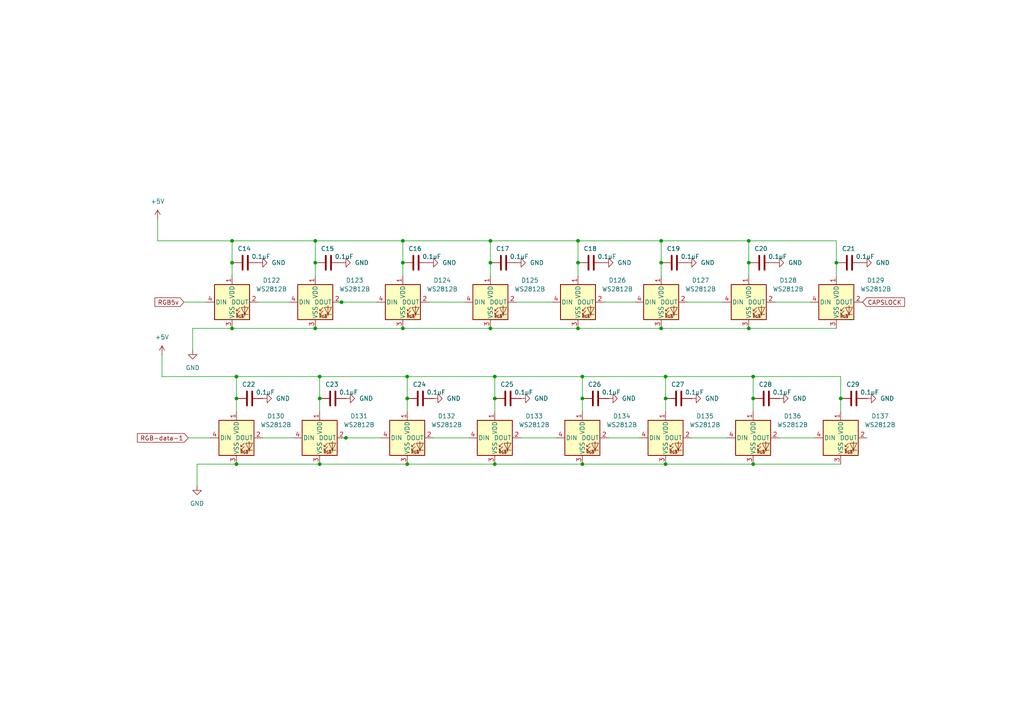
<source format=kicad_sch>
(kicad_sch (version 20231120) (generator "eeschema") (generator_version "8.0")
  (paper "A4")
  (lib_symbols
    (symbol "Device:C" (pin_numbers hide) (pin_names (offset 0.254))
      (property "Reference" "C" (at 0.635 2.54 0))
      (property "Value" "C" (at 0.635 -2.54 0))
      (symbol "C_0_1"
        (polyline (pts (xy -2.032 -0.762) (xy 2.032 -0.762)) (stroke (width 0.508)))
        (polyline (pts (xy -2.032 0.762) (xy 2.032 0.762)) (stroke (width 0.508)))
      )
      (symbol "C_1_1"
        (pin passive line (at 0 3.81 270) (length 2.794) (name "~") (number "1"))
        (pin passive line (at 0 -3.81 90) (length 2.794) (name "~") (number "2"))
      )
    )
    (symbol "LED:WS2812B" (pin_names (offset 0.254))
      (property "Reference" "D" (at 5.08 5.715 0))
      (property "Value" "WS2812B" (at 1.27 -5.715 0))
      (symbol "WS2812B_0_0"
        (text "RGB" (at 2.286 -4.191 0) (effects (font (size 0.762 0.762))))
      )
      (symbol "WS2812B_0_1"
        (polyline (pts (xy 1.27 -3.556) (xy 1.778 -3.556)))
        (polyline (pts (xy 1.27 -2.54) (xy 1.778 -2.54)))
        (polyline (pts (xy 4.699 -3.556) (xy 2.667 -3.556)))
        (polyline (pts (xy 2.286 -2.54) (xy 1.27 -3.556) (xy 1.27 -3.048)))
        (polyline (pts (xy 2.286 -1.524) (xy 1.27 -2.54) (xy 1.27 -2.032)))
        (polyline (pts (xy 3.683 -1.016) (xy 3.683 -3.556) (xy 3.683 -4.064)))
        (polyline (pts (xy 4.699 -1.524) (xy 2.667 -1.524) (xy 3.683 -3.556) (xy 4.699 -1.524)))
        (rectangle (start 5.08 5.08) (end -5.08 -5.08) (stroke (width 0.254)) (fill (type background)))
      )
      (symbol "WS2812B_1_1"
        (pin power_in line (at 0 7.62 270) (length 2.54) (name "VDD") (number "1"))
        (pin output line (at 7.62 0 180) (length 2.54) (name "DOUT") (number "2"))
        (pin power_in line (at 0 -7.62 90) (length 2.54) (name "VSS") (number "3"))
        (pin input line (at -7.62 0 0) (length 2.54) (name "DIN") (number "4"))
      )
    )
    (symbol "power:+5V" (power) (pin_numbers hide) (pin_names (offset 0) hide)
      (property "Value" "+5V" (at 0 3.556 0))
      (symbol "+5V_0_1"
        (polyline (pts (xy -0.762 1.27) (xy 0 2.54)))
        (polyline (pts (xy 0 0) (xy 0 2.54)))
        (polyline (pts (xy 0 2.54) (xy 0.762 1.27)))
      )
      (symbol "+5V_1_1"
        (pin power_in line (at 0 0 90) (length 0) (name "~") (number "1"))
      )
    )
    (symbol "power:GND" (power) (pin_numbers hide) (pin_names (offset 0) hide)
      (property "Value" "GND" (at 0 -3.81 0))
      (symbol "GND_0_1"
        (polyline (pts (xy 0 0) (xy 0 -1.27) (xy 1.27 -1.27) (xy 0 -2.54) (xy -1.27 -1.27) (xy 0 -1.27)))
      )
      (symbol "GND_1_1"
        (pin power_in line (at 0 0 270) (length 0) (name "~") (number "1"))
      )
    )
  )
  (junction (at 217.17 69.85))
  (junction (at 68.58 134.62))
  (junction (at 242.57 76.2))
  (junction (at 142.24 76.2))
  (junction (at 167.64 76.2))
  (junction (at 218.44 134.62))
  (junction (at 142.24 69.85))
  (junction (at 116.84 76.2))
  (junction (at 217.17 76.2))
  (junction (at 143.51 134.62))
  (junction (at 116.84 95.25))
  (junction (at 191.77 95.25))
  (junction (at 68.58 115.57))
  (junction (at 143.51 109.22))
  (junction (at 191.77 69.85))
  (junction (at 67.31 69.85))
  (junction (at 118.11 109.22))
  (junction (at 100.33 127))
  (junction (at 218.44 109.22))
  (junction (at 91.44 95.25))
  (junction (at 168.91 134.62))
  (junction (at 68.58 109.22))
  (junction (at 167.64 95.25))
  (junction (at 167.64 69.85))
  (junction (at 91.44 69.85))
  (junction (at 92.71 109.22))
  (junction (at 91.44 76.2))
  (junction (at 193.04 115.57))
  (junction (at 217.17 95.25))
  (junction (at 143.51 115.57))
  (junction (at 191.77 76.2))
  (junction (at 67.31 76.2))
  (junction (at 116.84 69.85))
  (junction (at 193.04 134.62))
  (junction (at 99.06 87.63))
  (junction (at 118.11 115.57))
  (junction (at 168.91 115.57))
  (junction (at 67.31 95.25))
  (junction (at 218.44 115.57))
  (junction (at 92.71 115.57))
  (junction (at 92.71 134.62))
  (junction (at 118.11 134.62))
  (junction (at 193.04 109.22))
  (junction (at 142.24 95.25))
  (junction (at 168.91 109.22))
  (junction (at 243.84 115.57))
  (wire (pts (xy 193.04 109.22) (xy 218.44 109.22)))
  (wire (pts (xy 116.84 69.85) (xy 116.84 76.2)))
  (wire (pts (xy 243.84 115.57) (xy 243.84 119.38)))
  (wire (pts (xy 118.11 115.57) (xy 118.11 119.38)))
  (wire (pts (xy 45.72 63.5) (xy 45.72 69.85)))
  (wire (pts (xy 116.84 76.2) (xy 116.84 80.01)))
  (wire (pts (xy 175.26 87.63) (xy 184.15 87.63)))
  (wire (pts (xy 143.51 109.22) (xy 143.51 115.57)))
  (wire (pts (xy 91.44 76.2) (xy 91.44 80.01)))
  (wire (pts (xy 218.44 109.22) (xy 243.84 109.22)))
  (wire (pts (xy 100.33 127) (xy 110.49 127)))
  (wire (pts (xy 191.77 69.85) (xy 217.17 69.85)))
  (wire (pts (xy 74.93 87.63) (xy 83.82 87.63)))
  (wire (pts (xy 116.84 69.85) (xy 142.24 69.85)))
  (wire (pts (xy 91.44 95.25) (xy 116.84 95.25)))
  (wire (pts (xy 67.31 69.85) (xy 67.31 76.2)))
  (wire (pts (xy 217.17 69.85) (xy 217.17 76.2)))
  (wire (pts (xy 67.31 76.2) (xy 67.31 80.01)))
  (wire (pts (xy 168.91 109.22) (xy 168.91 115.57)))
  (wire (pts (xy 200.66 127) (xy 210.82 127)))
  (wire (pts (xy 226.06 127) (xy 236.22 127)))
  (wire (pts (xy 191.77 76.2) (xy 191.77 80.01)))
  (wire (pts (xy 218.44 134.62) (xy 243.84 134.62)))
  (wire (pts (xy 218.44 115.57) (xy 218.44 119.38)))
  (wire (pts (xy 167.64 95.25) (xy 191.77 95.25)))
  (wire (pts (xy 142.24 95.25) (xy 167.64 95.25)))
  (wire (pts (xy 97.79 87.63) (xy 99.06 87.63)))
  (wire (pts (xy 92.71 134.62) (xy 118.11 134.62)))
  (wire (pts (xy 193.04 115.57) (xy 193.04 119.38)))
  (wire (pts (xy 168.91 134.62) (xy 193.04 134.62)))
  (wire (pts (xy 191.77 69.85) (xy 191.77 76.2)))
  (wire (pts (xy 92.71 115.57) (xy 92.71 119.38)))
  (wire (pts (xy 53.34 87.63) (xy 59.69 87.63)))
  (wire (pts (xy 99.06 87.63) (xy 109.22 87.63)))
  (wire (pts (xy 176.53 127) (xy 185.42 127)))
  (wire (pts (xy 124.46 87.63) (xy 134.62 87.63)))
  (wire (pts (xy 57.15 140.97) (xy 57.15 134.62)))
  (wire (pts (xy 142.24 69.85) (xy 167.64 69.85)))
  (wire (pts (xy 46.99 102.87) (xy 46.99 109.22)))
  (wire (pts (xy 191.77 95.25) (xy 217.17 95.25)))
  (wire (pts (xy 92.71 109.22) (xy 118.11 109.22)))
  (wire (pts (xy 116.84 95.25) (xy 142.24 95.25)))
  (wire (pts (xy 243.84 109.22) (xy 243.84 115.57)))
  (wire (pts (xy 217.17 95.25) (xy 242.57 95.25)))
  (wire (pts (xy 118.11 109.22) (xy 143.51 109.22)))
  (wire (pts (xy 67.31 69.85) (xy 91.44 69.85)))
  (wire (pts (xy 217.17 76.2) (xy 217.17 80.01)))
  (wire (pts (xy 142.24 69.85) (xy 142.24 76.2)))
  (wire (pts (xy 167.64 69.85) (xy 167.64 76.2)))
  (wire (pts (xy 54.61 127) (xy 60.96 127)))
  (wire (pts (xy 199.39 87.63) (xy 209.55 87.63)))
  (wire (pts (xy 242.57 76.2) (xy 242.57 80.01)))
  (wire (pts (xy 218.44 109.22) (xy 218.44 115.57)))
  (wire (pts (xy 92.71 109.22) (xy 92.71 115.57)))
  (wire (pts (xy 167.64 76.2) (xy 167.64 80.01)))
  (wire (pts (xy 193.04 134.62) (xy 218.44 134.62)))
  (wire (pts (xy 118.11 134.62) (xy 143.51 134.62)))
  (wire (pts (xy 168.91 115.57) (xy 168.91 119.38)))
  (wire (pts (xy 143.51 109.22) (xy 168.91 109.22)))
  (wire (pts (xy 224.79 87.63) (xy 234.95 87.63)))
  (wire (pts (xy 193.04 109.22) (xy 193.04 115.57)))
  (wire (pts (xy 45.72 69.85) (xy 67.31 69.85)))
  (wire (pts (xy 55.88 101.6) (xy 55.88 95.25)))
  (wire (pts (xy 76.2 127) (xy 85.09 127)))
  (wire (pts (xy 46.99 109.22) (xy 68.58 109.22)))
  (wire (pts (xy 68.58 134.62) (xy 92.71 134.62)))
  (wire (pts (xy 151.13 127) (xy 161.29 127)))
  (wire (pts (xy 167.64 69.85) (xy 191.77 69.85)))
  (wire (pts (xy 91.44 69.85) (xy 116.84 69.85)))
  (wire (pts (xy 217.17 69.85) (xy 242.57 69.85)))
  (wire (pts (xy 125.73 127) (xy 135.89 127)))
  (wire (pts (xy 149.86 87.63) (xy 160.02 87.63)))
  (wire (pts (xy 68.58 115.57) (xy 68.58 119.38)))
  (wire (pts (xy 55.88 95.25) (xy 67.31 95.25)))
  (wire (pts (xy 242.57 69.85) (xy 242.57 76.2)))
  (wire (pts (xy 142.24 76.2) (xy 142.24 80.01)))
  (wire (pts (xy 91.44 69.85) (xy 91.44 76.2)))
  (wire (pts (xy 68.58 109.22) (xy 92.71 109.22)))
  (wire (pts (xy 143.51 115.57) (xy 143.51 119.38)))
  (wire (pts (xy 99.06 127) (xy 100.33 127)))
  (wire (pts (xy 143.51 134.62) (xy 168.91 134.62)))
  (wire (pts (xy 68.58 109.22) (xy 68.58 115.57)))
  (wire (pts (xy 118.11 109.22) (xy 118.11 115.57)))
  (wire (pts (xy 67.31 95.25) (xy 91.44 95.25)))
  (wire (pts (xy 57.15 134.62) (xy 68.58 134.62)))
  (wire (pts (xy 168.91 109.22) (xy 193.04 109.22)))
  (global_label "CAPSLOCK" (shape input) (at 250.19 87.63 0) (property "Intersheetrefs" "${INTERSHEET_REFS}" (effects (hide yes))))
  (global_label "RGB-data-1" (shape input) (at 54.61 127 180) (property "Intersheetrefs" "${INTERSHEET_REFS}" (effects (hide yes))))
  (global_label "RGB5v" (shape input) (at 53.34 87.63 180) (property "Intersheetrefs" "${INTERSHEET_REFS}" (effects (hide yes))))
  (symbol (lib_id "LED:WS2812B") (at 91.44 87.63 0) (unit 1)
    (property "Reference" "D123" (at 102.87 81.3114 0))
    (property "Value" "WS2812B" (at 102.87 83.8514 0))
    (property "Footprint" "LED_SMD:LED_WS2812B_PLCC4_5.0x5.0mm_P3.2mm" (effects (hide yes)))
    (property "Datasheet" "https://cdn-shop.adafruit.com/datasheets/WS2812B.pdf" (effects (hide yes)))
    (property "Description" "RGB LED with integrated controller" (effects (hide yes)))
  )
  (symbol (lib_id "power:GND") (at 224.79 76.2 90) (unit 1)
    (property "Reference" "#PWR034" (effects (hide yes)))
    (property "Value" "GND" (at 228.6 76.1999 90) (effects (justify right)))
    (property "Description" "Power symbol creates a global label with name \"GND\" , ground" (effects (hide yes)))
  )
  (symbol (lib_id "Device:C") (at 95.25 76.2 90) (unit 1)
    (property "Reference" "C15" (at 94.996 72.136 90))
    (property "Value" "0.1uF" (at 99.822 74.422 90))
    (property "Footprint" "Capacitor_SMD:C_0402_1005Metric" (effects (hide yes)))
    (property "Description" "Unpolarized capacitor" (effects (hide yes)))
  )
  (symbol (lib_id "power:GND") (at 226.06 115.57 90) (unit 1)
    (property "Reference" "#PWR044" (effects (hide yes)))
    (property "Value" "GND" (at 229.87 115.5699 90) (effects (justify right)))
    (property "Description" "Power symbol creates a global label with name \"GND\" , ground" (effects (hide yes)))
  )
  (symbol (lib_id "power:GND") (at 57.15 140.97 0) (unit 1)
    (property "Reference" "#PWR046" (effects (hide yes)))
    (property "Value" "GND" (at 57.15 146.05 0))
    (property "Description" "Power symbol creates a global label with name \"GND\" , ground" (effects (hide yes)))
  )
  (symbol (lib_id "Device:C") (at 246.38 76.2 90) (unit 1)
    (property "Reference" "C21" (at 246.126 72.136 90))
    (property "Value" "0.1uF" (at 250.952 74.422 90))
    (property "Footprint" "Capacitor_SMD:C_0402_1005Metric" (effects (hide yes)))
    (property "Description" "Unpolarized capacitor" (effects (hide yes)))
  )
  (symbol (lib_id "Device:C") (at 147.32 115.57 90) (unit 1)
    (property "Reference" "C25" (at 147.066 111.506 90))
    (property "Value" "0.1uF" (at 151.892 113.792 90))
    (property "Footprint" "Capacitor_SMD:C_0402_1005Metric" (effects (hide yes)))
    (property "Description" "Unpolarized capacitor" (effects (hide yes)))
  )
  (symbol (lib_id "power:GND") (at 76.2 115.57 90) (unit 1)
    (property "Reference" "#PWR038" (effects (hide yes)))
    (property "Value" "GND" (at 80.01 115.5699 90) (effects (justify right)))
    (property "Description" "Power symbol creates a global label with name \"GND\" , ground" (effects (hide yes)))
  )
  (symbol (lib_id "power:GND") (at 251.46 115.57 90) (unit 1)
    (property "Reference" "#PWR045" (effects (hide yes)))
    (property "Value" "GND" (at 255.27 115.5699 90) (effects (justify right)))
    (property "Description" "Power symbol creates a global label with name \"GND\" , ground" (effects (hide yes)))
  )
  (symbol (lib_id "Device:C") (at 172.72 115.57 90) (unit 1)
    (property "Reference" "C26" (at 172.466 111.506 90))
    (property "Value" "0.1uF" (at 177.292 113.792 90))
    (property "Footprint" "Capacitor_SMD:C_0402_1005Metric" (effects (hide yes)))
    (property "Description" "Unpolarized capacitor" (effects (hide yes)))
  )
  (symbol (lib_id "LED:WS2812B") (at 242.57 87.63 0) (unit 1)
    (property "Reference" "D129" (at 254 81.3114 0))
    (property "Value" "WS2812B" (at 254 83.8514 0))
    (property "Footprint" "LED_SMD:LED_WS2812B_PLCC4_5.0x5.0mm_P3.2mm" (effects (hide yes)))
    (property "Datasheet" "https://cdn-shop.adafruit.com/datasheets/WS2812B.pdf" (effects (hide yes)))
    (property "Description" "RGB LED with integrated controller" (effects (hide yes)))
  )
  (symbol (lib_id "power:GND") (at 199.39 76.2 90) (unit 1)
    (property "Reference" "#PWR033" (effects (hide yes)))
    (property "Value" "GND" (at 203.2 76.1999 90) (effects (justify right)))
    (property "Description" "Power symbol creates a global label with name \"GND\" , ground" (effects (hide yes)))
  )
  (symbol (lib_id "Device:C") (at 120.65 76.2 90) (unit 1)
    (property "Reference" "C16" (at 120.396 72.136 90))
    (property "Value" "0.1uF" (at 125.222 74.422 90))
    (property "Footprint" "Capacitor_SMD:C_0402_1005Metric" (effects (hide yes)))
    (property "Description" "Unpolarized capacitor" (effects (hide yes)))
  )
  (symbol (lib_id "power:GND") (at 200.66 115.57 90) (unit 1)
    (property "Reference" "#PWR043" (effects (hide yes)))
    (property "Value" "GND" (at 204.47 115.5699 90) (effects (justify right)))
    (property "Description" "Power symbol creates a global label with name \"GND\" , ground" (effects (hide yes)))
  )
  (symbol (lib_id "power:GND") (at 55.88 101.6 0) (unit 1)
    (property "Reference" "#PWR036" (effects (hide yes)))
    (property "Value" "GND" (at 55.88 106.68 0))
    (property "Description" "Power symbol creates a global label with name \"GND\" , ground" (effects (hide yes)))
  )
  (symbol (lib_id "power:GND") (at 149.86 76.2 90) (unit 1)
    (property "Reference" "#PWR031" (effects (hide yes)))
    (property "Value" "GND" (at 153.67 76.1999 90) (effects (justify right)))
    (property "Description" "Power symbol creates a global label with name \"GND\" , ground" (effects (hide yes)))
  )
  (symbol (lib_id "LED:WS2812B") (at 218.44 127 0) (unit 1)
    (property "Reference" "D136" (at 229.87 120.6814 0))
    (property "Value" "WS2812B" (at 229.87 123.2214 0))
    (property "Footprint" "LED_SMD:LED_WS2812B_PLCC4_5.0x5.0mm_P3.2mm" (effects (hide yes)))
    (property "Datasheet" "https://cdn-shop.adafruit.com/datasheets/WS2812B.pdf" (effects (hide yes)))
    (property "Description" "RGB LED with integrated controller" (effects (hide yes)))
  )
  (symbol (lib_id "LED:WS2812B") (at 243.84 127 0) (unit 1)
    (property "Reference" "D137" (at 255.27 120.6814 0))
    (property "Value" "WS2812B" (at 255.27 123.2214 0))
    (property "Footprint" "LED_SMD:LED_WS2812B_PLCC4_5.0x5.0mm_P3.2mm" (effects (hide yes)))
    (property "Datasheet" "https://cdn-shop.adafruit.com/datasheets/WS2812B.pdf" (effects (hide yes)))
    (property "Description" "RGB LED with integrated controller" (effects (hide yes)))
  )
  (symbol (lib_id "LED:WS2812B") (at 143.51 127 0) (unit 1)
    (property "Reference" "D133" (at 154.94 120.6814 0))
    (property "Value" "WS2812B" (at 154.94 123.2214 0))
    (property "Footprint" "LED_SMD:LED_WS2812B_PLCC4_5.0x5.0mm_P3.2mm" (effects (hide yes)))
    (property "Datasheet" "https://cdn-shop.adafruit.com/datasheets/WS2812B.pdf" (effects (hide yes)))
    (property "Description" "RGB LED with integrated controller" (effects (hide yes)))
  )
  (symbol (lib_id "Device:C") (at 72.39 115.57 90) (unit 1)
    (property "Reference" "C22" (at 72.136 111.506 90))
    (property "Value" "0.1uF" (at 76.962 113.792 90))
    (property "Footprint" "Capacitor_SMD:C_0402_1005Metric" (effects (hide yes)))
    (property "Description" "Unpolarized capacitor" (effects (hide yes)))
  )
  (symbol (lib_id "LED:WS2812B") (at 68.58 127 0) (unit 1)
    (property "Reference" "D130" (at 80.01 120.6814 0))
    (property "Value" "WS2812B" (at 80.01 123.2214 0))
    (property "Footprint" "LED_SMD:LED_WS2812B_PLCC4_5.0x5.0mm_P3.2mm" (effects (hide yes)))
    (property "Datasheet" "https://cdn-shop.adafruit.com/datasheets/WS2812B.pdf" (effects (hide yes)))
    (property "Description" "RGB LED with integrated controller" (effects (hide yes)))
  )
  (symbol (lib_id "power:GND") (at 74.93 76.2 90) (unit 1)
    (property "Reference" "#PWR028" (effects (hide yes)))
    (property "Value" "GND" (at 78.74 76.1999 90) (effects (justify right)))
    (property "Description" "Power symbol creates a global label with name \"GND\" , ground" (effects (hide yes)))
  )
  (symbol (lib_id "power:GND") (at 124.46 76.2 90) (unit 1)
    (property "Reference" "#PWR030" (effects (hide yes)))
    (property "Value" "GND" (at 128.27 76.1999 90) (effects (justify right)))
    (property "Description" "Power symbol creates a global label with name \"GND\" , ground" (effects (hide yes)))
  )
  (symbol (lib_id "Device:C") (at 220.98 76.2 90) (unit 1)
    (property "Reference" "C20" (at 220.726 72.136 90))
    (property "Value" "0.1uF" (at 225.552 74.422 90))
    (property "Footprint" "Capacitor_SMD:C_0402_1005Metric" (effects (hide yes)))
    (property "Description" "Unpolarized capacitor" (effects (hide yes)))
  )
  (symbol (lib_id "power:GND") (at 125.73 115.57 90) (unit 1)
    (property "Reference" "#PWR040" (effects (hide yes)))
    (property "Value" "GND" (at 129.54 115.5699 90) (effects (justify right)))
    (property "Description" "Power symbol creates a global label with name \"GND\" , ground" (effects (hide yes)))
  )
  (symbol (lib_id "LED:WS2812B") (at 191.77 87.63 0) (unit 1)
    (property "Reference" "D127" (at 203.2 81.3114 0))
    (property "Value" "WS2812B" (at 203.2 83.8514 0))
    (property "Footprint" "LED_SMD:LED_WS2812B_PLCC4_5.0x5.0mm_P3.2mm" (effects (hide yes)))
    (property "Datasheet" "https://cdn-shop.adafruit.com/datasheets/WS2812B.pdf" (effects (hide yes)))
    (property "Description" "RGB LED with integrated controller" (effects (hide yes)))
  )
  (symbol (lib_id "LED:WS2812B") (at 142.24 87.63 0) (unit 1)
    (property "Reference" "D125" (at 153.67 81.3114 0))
    (property "Value" "WS2812B" (at 153.67 83.8514 0))
    (property "Footprint" "LED_SMD:LED_WS2812B_PLCC4_5.0x5.0mm_P3.2mm" (effects (hide yes)))
    (property "Datasheet" "https://cdn-shop.adafruit.com/datasheets/WS2812B.pdf" (effects (hide yes)))
    (property "Description" "RGB LED with integrated controller" (effects (hide yes)))
  )
  (symbol (lib_id "LED:WS2812B") (at 92.71 127 0) (unit 1)
    (property "Reference" "D131" (at 104.14 120.6814 0))
    (property "Value" "WS2812B" (at 104.14 123.2214 0))
    (property "Footprint" "LED_SMD:LED_WS2812B_PLCC4_5.0x5.0mm_P3.2mm" (effects (hide yes)))
    (property "Datasheet" "https://cdn-shop.adafruit.com/datasheets/WS2812B.pdf" (effects (hide yes)))
    (property "Description" "RGB LED with integrated controller" (effects (hide yes)))
  )
  (symbol (lib_id "power:GND") (at 175.26 76.2 90) (unit 1)
    (property "Reference" "#PWR032" (effects (hide yes)))
    (property "Value" "GND" (at 179.07 76.1999 90) (effects (justify right)))
    (property "Description" "Power symbol creates a global label with name \"GND\" , ground" (effects (hide yes)))
  )
  (symbol (lib_id "LED:WS2812B") (at 118.11 127 0) (unit 1)
    (property "Reference" "D132" (at 129.54 120.6814 0))
    (property "Value" "WS2812B" (at 129.54 123.2214 0))
    (property "Footprint" "LED_SMD:LED_WS2812B_PLCC4_5.0x5.0mm_P3.2mm" (effects (hide yes)))
    (property "Datasheet" "https://cdn-shop.adafruit.com/datasheets/WS2812B.pdf" (effects (hide yes)))
    (property "Description" "RGB LED with integrated controller" (effects (hide yes)))
  )
  (symbol (lib_id "Device:C") (at 195.58 76.2 90) (unit 1)
    (property "Reference" "C19" (at 195.326 72.136 90))
    (property "Value" "0.1uF" (at 200.152 74.422 90))
    (property "Footprint" "Capacitor_SMD:C_0402_1005Metric" (effects (hide yes)))
    (property "Description" "Unpolarized capacitor" (effects (hide yes)))
  )
  (symbol (lib_id "power:GND") (at 250.19 76.2 90) (unit 1)
    (property "Reference" "#PWR035" (effects (hide yes)))
    (property "Value" "GND" (at 254 76.1999 90) (effects (justify right)))
    (property "Description" "Power symbol creates a global label with name \"GND\" , ground" (effects (hide yes)))
  )
  (symbol (lib_id "Device:C") (at 222.25 115.57 90) (unit 1)
    (property "Reference" "C28" (at 221.996 111.506 90))
    (property "Value" "0.1uF" (at 226.822 113.792 90))
    (property "Footprint" "Capacitor_SMD:C_0402_1005Metric" (effects (hide yes)))
    (property "Description" "Unpolarized capacitor" (effects (hide yes)))
  )
  (symbol (lib_id "power:GND") (at 100.33 115.57 90) (unit 1)
    (property "Reference" "#PWR039" (effects (hide yes)))
    (property "Value" "GND" (at 104.14 115.5699 90) (effects (justify right)))
    (property "Description" "Power symbol creates a global label with name \"GND\" , ground" (effects (hide yes)))
  )
  (symbol (lib_id "LED:WS2812B") (at 116.84 87.63 0) (unit 1)
    (property "Reference" "D124" (at 128.27 81.3114 0))
    (property "Value" "WS2812B" (at 128.27 83.8514 0))
    (property "Footprint" "LED_SMD:LED_WS2812B_PLCC4_5.0x5.0mm_P3.2mm" (effects (hide yes)))
    (property "Datasheet" "https://cdn-shop.adafruit.com/datasheets/WS2812B.pdf" (effects (hide yes)))
    (property "Description" "RGB LED with integrated controller" (effects (hide yes)))
  )
  (symbol (lib_id "Device:C") (at 121.92 115.57 90) (unit 1)
    (property "Reference" "C24" (at 121.666 111.506 90))
    (property "Value" "0.1uF" (at 126.492 113.792 90))
    (property "Footprint" "Capacitor_SMD:C_0402_1005Metric" (effects (hide yes)))
    (property "Description" "Unpolarized capacitor" (effects (hide yes)))
  )
  (symbol (lib_id "power:+5V") (at 45.72 63.5 0) (unit 1)
    (property "Reference" "#PWR027" (effects (hide yes)))
    (property "Value" "+5V" (at 45.72 58.42 0))
    (property "Description" "Power symbol creates a global label with name \"+5V\"" (effects (hide yes)))
  )
  (symbol (lib_id "Device:C") (at 96.52 115.57 90) (unit 1)
    (property "Reference" "C23" (at 96.266 111.506 90))
    (property "Value" "0.1uF" (at 101.092 113.792 90))
    (property "Footprint" "Capacitor_SMD:C_0402_1005Metric" (effects (hide yes)))
    (property "Description" "Unpolarized capacitor" (effects (hide yes)))
  )
  (symbol (lib_id "Device:C") (at 71.12 76.2 90) (unit 1)
    (property "Reference" "C14" (at 70.866 72.136 90))
    (property "Value" "0.1uF" (at 75.692 74.422 90))
    (property "Footprint" "Capacitor_SMD:C_0402_1005Metric" (effects (hide yes)))
    (property "Description" "Unpolarized capacitor" (effects (hide yes)))
  )
  (symbol (lib_id "power:+5V") (at 46.99 102.87 0) (unit 1)
    (property "Reference" "#PWR037" (effects (hide yes)))
    (property "Value" "+5V" (at 46.99 97.79 0))
    (property "Description" "Power symbol creates a global label with name \"+5V\"" (effects (hide yes)))
  )
  (symbol (lib_id "LED:WS2812B") (at 217.17 87.63 0) (unit 1)
    (property "Reference" "D128" (at 228.6 81.3114 0))
    (property "Value" "WS2812B" (at 228.6 83.8514 0))
    (property "Footprint" "LED_SMD:LED_WS2812B_PLCC4_5.0x5.0mm_P3.2mm" (effects (hide yes)))
    (property "Datasheet" "https://cdn-shop.adafruit.com/datasheets/WS2812B.pdf" (effects (hide yes)))
    (property "Description" "RGB LED with integrated controller" (effects (hide yes)))
  )
  (symbol (lib_id "Device:C") (at 196.85 115.57 90) (unit 1)
    (property "Reference" "C27" (at 196.596 111.506 90))
    (property "Value" "0.1uF" (at 201.422 113.792 90))
    (property "Footprint" "Capacitor_SMD:C_0402_1005Metric" (effects (hide yes)))
    (property "Description" "Unpolarized capacitor" (effects (hide yes)))
  )
  (symbol (lib_id "Device:C") (at 247.65 115.57 90) (unit 1)
    (property "Reference" "C29" (at 247.396 111.506 90))
    (property "Value" "0.1uF" (at 252.222 113.792 90))
    (property "Footprint" "Capacitor_SMD:C_0402_1005Metric" (effects (hide yes)))
    (property "Description" "Unpolarized capacitor" (effects (hide yes)))
  )
  (symbol (lib_id "power:GND") (at 151.13 115.57 90) (unit 1)
    (property "Reference" "#PWR041" (effects (hide yes)))
    (property "Value" "GND" (at 154.94 115.5699 90) (effects (justify right)))
    (property "Description" "Power symbol creates a global label with name \"GND\" , ground" (effects (hide yes)))
  )
  (symbol (lib_id "power:GND") (at 176.53 115.57 90) (unit 1)
    (property "Reference" "#PWR042" (effects (hide yes)))
    (property "Value" "GND" (at 180.34 115.5699 90) (effects (justify right)))
    (property "Description" "Power symbol creates a global label with name \"GND\" , ground" (effects (hide yes)))
  )
  (symbol (lib_id "power:GND") (at 99.06 76.2 90) (unit 1)
    (property "Reference" "#PWR029" (effects (hide yes)))
    (property "Value" "GND" (at 102.87 76.1999 90) (effects (justify right)))
    (property "Description" "Power symbol creates a global label with name \"GND\" , ground" (effects (hide yes)))
  )
  (symbol (lib_id "Device:C") (at 146.05 76.2 90) (unit 1)
    (property "Reference" "C17" (at 145.796 72.136 90))
    (property "Value" "0.1uF" (at 150.622 74.422 90))
    (property "Footprint" "Capacitor_SMD:C_0402_1005Metric" (effects (hide yes)))
    (property "Description" "Unpolarized capacitor" (effects (hide yes)))
  )
  (symbol (lib_id "LED:WS2812B") (at 67.31 87.63 0) (unit 1)
    (property "Reference" "D122" (at 78.74 81.3114 0))
    (property "Value" "WS2812B" (at 78.74 83.8514 0))
    (property "Footprint" "LED_SMD:LED_WS2812B_PLCC4_5.0x5.0mm_P3.2mm" (effects (hide yes)))
    (property "Datasheet" "https://cdn-shop.adafruit.com/datasheets/WS2812B.pdf" (effects (hide yes)))
    (property "Description" "RGB LED with integrated controller" (effects (hide yes)))
  )
  (symbol (lib_id "LED:WS2812B") (at 193.04 127 0) (unit 1)
    (property "Reference" "D135" (at 204.47 120.6814 0))
    (property "Value" "WS2812B" (at 204.47 123.2214 0))
    (property "Footprint" "LED_SMD:LED_WS2812B_PLCC4_5.0x5.0mm_P3.2mm" (effects (hide yes)))
    (property "Datasheet" "https://cdn-shop.adafruit.com/datasheets/WS2812B.pdf" (effects (hide yes)))
    (property "Description" "RGB LED with integrated controller" (effects (hide yes)))
  )
  (symbol (lib_id "LED:WS2812B") (at 167.64 87.63 0) (unit 1)
    (property "Reference" "D126" (at 179.07 81.3114 0))
    (property "Value" "WS2812B" (at 179.07 83.8514 0))
    (property "Footprint" "LED_SMD:LED_WS2812B_PLCC4_5.0x5.0mm_P3.2mm" (effects (hide yes)))
    (property "Datasheet" "https://cdn-shop.adafruit.com/datasheets/WS2812B.pdf" (effects (hide yes)))
    (property "Description" "RGB LED with integrated controller" (effects (hide yes)))
  )
  (symbol (lib_id "Device:C") (at 171.45 76.2 90) (unit 1)
    (property "Reference" "C18" (at 171.196 72.136 90))
    (property "Value" "0.1uF" (at 176.022 74.422 90))
    (property "Footprint" "Capacitor_SMD:C_0402_1005Metric" (effects (hide yes)))
    (property "Description" "Unpolarized capacitor" (effects (hide yes)))
  )
  (symbol (lib_id "LED:WS2812B") (at 168.91 127 0) (unit 1)
    (property "Reference" "D134" (at 180.34 120.6814 0))
    (property "Value" "WS2812B" (at 180.34 123.2214 0))
    (property "Footprint" "LED_SMD:LED_WS2812B_PLCC4_5.0x5.0mm_P3.2mm" (effects (hide yes)))
    (property "Datasheet" "https://cdn-shop.adafruit.com/datasheets/WS2812B.pdf" (effects (hide yes)))
    (property "Description" "RGB LED with integrated controller" (effects (hide yes)))
  )
)
</source>
